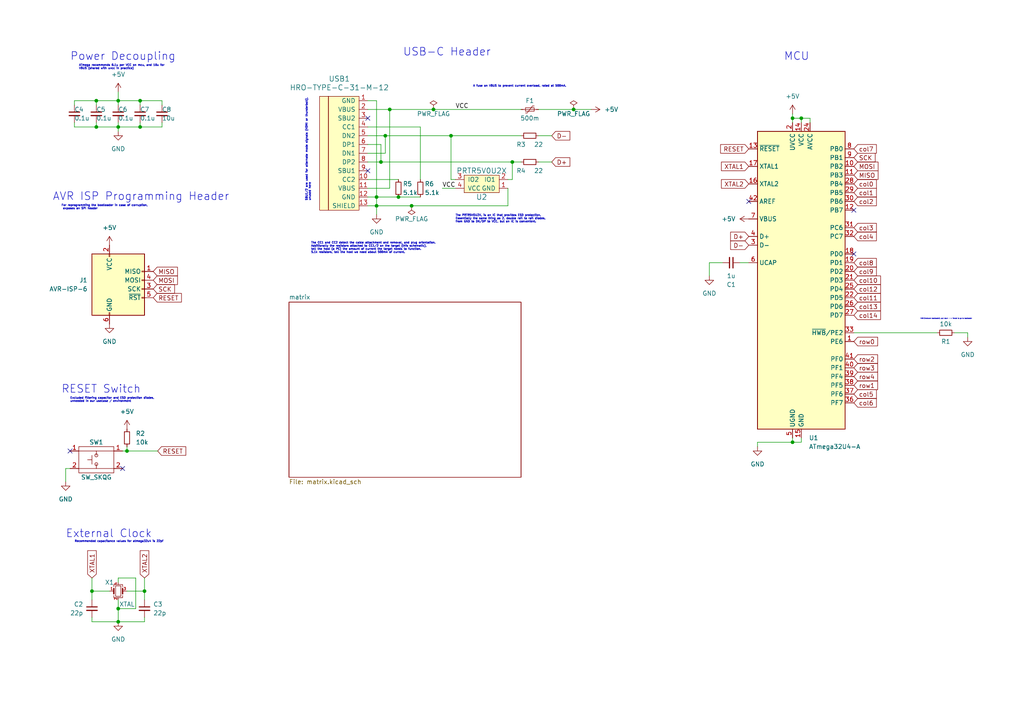
<source format=kicad_sch>
(kicad_sch (version 20230121) (generator eeschema)
  (paper "A4")
  (title_block (title "65% Keyboard"))
  (lib_symbols
    (symbol "Connector:AVR-ISP-6" (pin_names (offset 1.016))
      (property "Reference" "J" (at -6.35 11.43 0))
      (property "Value" "AVR-ISP-6" (at 0 11.43 0))
      (symbol "AVR-ISP-6_0_1"
        (rectangle (start -2.667 -6.858) (end -2.413 -7.62))
        (rectangle (start -2.667 10.16) (end -2.413 9.398))
        (rectangle (start 7.62 -2.413) (end 6.858 -2.667))
        (rectangle (start 7.62 0.127) (end 6.858 -0.127))
        (rectangle (start 7.62 2.667) (end 6.858 2.413))
        (rectangle (start 7.62 5.207) (end 6.858 4.953))
        (rectangle (start 7.62 10.16) (end -7.62 -7.62) (stroke (width 0.254)) (fill (type background)))
      )
      (symbol "AVR-ISP-6_1_1"
        (pin passive line (at 10.16 5.08 180) (length 2.54) (name "MISO") (number "1"))
        (pin passive line (at -2.54 12.7 270) (length 2.54) (name "VCC") (number "2"))
        (pin passive line (at 10.16 0 180) (length 2.54) (name "SCK") (number "3"))
        (pin passive line (at 10.16 2.54 180) (length 2.54) (name "MOSI") (number "4"))
        (pin passive line (at 10.16 -2.54 180) (length 2.54) (name "~{RST}") (number "5"))
        (pin passive line (at -2.54 -10.16 90) (length 2.54) (name "GND") (number "6"))
      )
    )
    (symbol "Device:C_Small" (pin_numbers hide) (pin_names (offset 0.254) hide)
      (property "Reference" "C" (at 0.254 1.778 0))
      (property "Value" "C_Small" (at 0.254 -2.032 0))
      (symbol "C_Small_0_1"
        (polyline (pts (xy -1.524 -0.508) (xy 1.524 -0.508)) (stroke (width 0.3302)))
        (polyline (pts (xy -1.524 0.508) (xy 1.524 0.508)) (stroke (width 0.3048)))
      )
      (symbol "C_Small_1_1"
        (pin passive line (at 0 2.54 270) (length 2.032) (name "~") (number "1"))
        (pin passive line (at 0 -2.54 90) (length 2.032) (name "~") (number "2"))
      )
    )
    (symbol "Device:Crystal_GND24_Small" (pin_names (offset 1.016) hide)
      (property "Reference" "Y" (at 1.27 4.445 0))
      (property "Value" "Crystal_GND24_Small" (at 1.27 2.54 0))
      (symbol "Crystal_GND24_Small_0_1"
        (rectangle (start -0.762 -1.524) (end 0.762 1.524))
        (polyline (pts (xy -1.27 -0.762) (xy -1.27 0.762)) (stroke (width 0.381)))
        (polyline (pts (xy 1.27 -0.762) (xy 1.27 0.762)) (stroke (width 0.381)))
        (polyline (pts (xy -1.27 -1.27) (xy -1.27 -1.905) (xy 1.27 -1.905) (xy 1.27 -1.27)))
        (polyline (pts (xy -1.27 1.27) (xy -1.27 1.905) (xy 1.27 1.905) (xy 1.27 1.27)))
      )
      (symbol "Crystal_GND24_Small_1_1"
        (pin passive line (at -2.54 0 0) (length 1.27) (name "1") (number "1"))
        (pin passive line (at 0 -2.54 90) (length 0.635) (name "2") (number "2"))
        (pin passive line (at 2.54 0 180) (length 1.27) (name "3") (number "3"))
        (pin passive line (at 0 2.54 270) (length 0.635) (name "4") (number "4"))
      )
    )
    (symbol "Device:Polyfuse_Small" (pin_numbers hide) (pin_names (offset 0))
      (property "Reference" "F" (at -1.905 0 90))
      (property "Value" "Polyfuse_Small" (at 1.905 0 90))
      (symbol "Polyfuse_Small_0_1"
        (rectangle (start -0.508 1.27) (end 0.508 -1.27))
        (polyline (pts (xy 0 2.54) (xy 0 -2.54)))
        (polyline (pts (xy -1.016 1.27) (xy -1.016 0.762) (xy 1.016 -0.762) (xy 1.016 -1.27)))
      )
      (symbol "Polyfuse_Small_1_1"
        (pin passive line (at 0 2.54 270) (length 0.635) (name "~") (number "1"))
        (pin passive line (at 0 -2.54 90) (length 0.635) (name "~") (number "2"))
      )
    )
    (symbol "Device:R_Small" (pin_numbers hide) (pin_names (offset 0.254) hide)
      (property "Reference" "R" (at 0.762 0.508 0))
      (property "Value" "R_Small" (at 0.762 -1.016 0))
      (symbol "R_Small_0_1"
        (rectangle (start -0.762 1.778) (end 0.762 -1.778) (stroke (width 0.2032)))
      )
      (symbol "R_Small_1_1"
        (pin passive line (at 0 2.54 270) (length 0.762) (name "~") (number "1"))
        (pin passive line (at 0 -2.54 90) (length 0.762) (name "~") (number "2"))
      )
    )
    (symbol "MCU_Microchip_ATmega:ATmega32U4-A"
      (property "Reference" "U" (at -12.7 44.45 0))
      (property "Value" "ATmega32U4-A" (at 2.54 -44.45 0))
      (symbol "ATmega32U4-A_0_1"
        (rectangle (start -12.7 -43.18) (end 12.7 43.18) (stroke (width 0.254)) (fill (type background)))
      )
      (symbol "ATmega32U4-A_1_1"
        (pin bidirectional line (at 15.24 -17.78 180) (length 2.54) (name "PE6") (number "1"))
        (pin bidirectional line (at 15.24 33.02 180) (length 2.54) (name "PB2") (number "10"))
        (pin bidirectional line (at 15.24 30.48 180) (length 2.54) (name "PB3") (number "11"))
        (pin bidirectional line (at 15.24 20.32 180) (length 2.54) (name "PB7") (number "12"))
        (pin input line (at -15.24 38.1 0) (length 2.54) (name "~{RESET}") (number "13"))
        (pin power_in line (at 0 45.72 270) (length 2.54) (name "VCC") (number "14"))
        (pin power_in line (at 0 -45.72 90) (length 2.54) (name "GND") (number "15"))
        (pin output line (at -15.24 27.94 0) (length 2.54) (name "XTAL2") (number "16"))
        (pin input line (at -15.24 33.02 0) (length 2.54) (name "XTAL1") (number "17"))
        (pin bidirectional line (at 15.24 7.62 180) (length 2.54) (name "PD0") (number "18"))
        (pin bidirectional line (at 15.24 5.08 180) (length 2.54) (name "PD1") (number "19"))
        (pin power_in line (at -2.54 45.72 270) (length 2.54) (name "UVCC") (number "2"))
        (pin bidirectional line (at 15.24 2.54 180) (length 2.54) (name "PD2") (number "20"))
        (pin bidirectional line (at 15.24 0 180) (length 2.54) (name "PD3") (number "21"))
        (pin bidirectional line (at 15.24 -5.08 180) (length 2.54) (name "PD5") (number "22"))
        (pin passive line (at 0 -45.72 90) (length 2.54) hide (name "GND") (number "23"))
        (pin power_in line (at 2.54 45.72 270) (length 2.54) (name "AVCC") (number "24"))
        (pin bidirectional line (at 15.24 -2.54 180) (length 2.54) (name "PD4") (number "25"))
        (pin bidirectional line (at 15.24 -7.62 180) (length 2.54) (name "PD6") (number "26"))
        (pin bidirectional line (at 15.24 -10.16 180) (length 2.54) (name "PD7") (number "27"))
        (pin bidirectional line (at 15.24 27.94 180) (length 2.54) (name "PB4") (number "28"))
        (pin bidirectional line (at 15.24 25.4 180) (length 2.54) (name "PB5") (number "29"))
        (pin bidirectional line (at -15.24 10.16 0) (length 2.54) (name "D-") (number "3"))
        (pin bidirectional line (at 15.24 22.86 180) (length 2.54) (name "PB6") (number "30"))
        (pin bidirectional line (at 15.24 15.24 180) (length 2.54) (name "PC6") (number "31"))
        (pin bidirectional line (at 15.24 12.7 180) (length 2.54) (name "PC7") (number "32"))
        (pin bidirectional line (at 15.24 -15.24 180) (length 2.54) (name "~{HWB}/PE2") (number "33"))
        (pin passive line (at 0 45.72 270) (length 2.54) hide (name "VCC") (number "34"))
        (pin passive line (at 0 -45.72 90) (length 2.54) hide (name "GND") (number "35"))
        (pin bidirectional line (at 15.24 -35.56 180) (length 2.54) (name "PF7") (number "36"))
        (pin bidirectional line (at 15.24 -33.02 180) (length 2.54) (name "PF6") (number "37"))
        (pin bidirectional line (at 15.24 -30.48 180) (length 2.54) (name "PF5") (number "38"))
        (pin bidirectional line (at 15.24 -27.94 180) (length 2.54) (name "PF4") (number "39"))
        (pin bidirectional line (at -15.24 12.7 0) (length 2.54) (name "D+") (number "4"))
        (pin bidirectional line (at 15.24 -25.4 180) (length 2.54) (name "PF1") (number "40"))
        (pin bidirectional line (at 15.24 -22.86 180) (length 2.54) (name "PF0") (number "41"))
        (pin passive line (at -15.24 22.86 0) (length 2.54) (name "AREF") (number "42"))
        (pin passive line (at 0 -45.72 90) (length 2.54) hide (name "GND") (number "43"))
        (pin passive line (at 2.54 45.72 270) (length 2.54) hide (name "AVCC") (number "44"))
        (pin passive line (at -2.54 -45.72 90) (length 2.54) (name "UGND") (number "5"))
        (pin passive line (at -15.24 5.08 0) (length 2.54) (name "UCAP") (number "6"))
        (pin input line (at -15.24 17.78 0) (length 2.54) (name "VBUS") (number "7"))
        (pin bidirectional line (at 15.24 38.1 180) (length 2.54) (name "PB0") (number "8"))
        (pin bidirectional line (at 15.24 35.56 180) (length 2.54) (name "PB1") (number "9"))
      )
    )
    (symbol "Type-C:HRO-TYPE-C-31-M-12" (pin_names (offset 1.016))
      (property "Reference" "USB" (at -5.08 16.51 0))
      (property "Value" "HRO-TYPE-C-31-M-12" (at -10.16 -1.27 90))
      (symbol "HRO-TYPE-C-31-M-12_0_1"
        (rectangle (start -11.43 15.24) (end -8.89 -17.78) (fill (type background)))
        (rectangle (start 0 -17.78) (end -8.89 15.24) (fill (type background)))
      )
      (symbol "HRO-TYPE-C-31-M-12_1_1"
        (pin input line (at 2.54 13.97 180) (length 2.54) (name "GND") (number "1"))
        (pin input line (at 2.54 -8.89 180) (length 2.54) (name "CC2") (number "10"))
        (pin input line (at 2.54 -11.43 180) (length 2.54) (name "VBUS") (number "11"))
        (pin input line (at 2.54 -13.97 180) (length 2.54) (name "GND") (number "12"))
        (pin input line (at 2.54 -16.51 180) (length 2.54) (name "SHIELD") (number "13"))
        (pin input line (at 2.54 11.43 180) (length 2.54) (name "VBUS") (number "2"))
        (pin input line (at 2.54 8.89 180) (length 2.54) (name "SBU2") (number "3"))
        (pin input line (at 2.54 6.35 180) (length 2.54) (name "CC1") (number "4"))
        (pin input line (at 2.54 3.81 180) (length 2.54) (name "DN2") (number "5"))
        (pin input line (at 2.54 1.27 180) (length 2.54) (name "DP1") (number "6"))
        (pin input line (at 2.54 -1.27 180) (length 2.54) (name "DN1") (number "7"))
        (pin input line (at 2.54 -3.81 180) (length 2.54) (name "DP2") (number "8"))
        (pin input line (at 2.54 -6.35 180) (length 2.54) (name "SBU1") (number "9"))
      )
    )
    (symbol "local:SW_SKQG"
      (property "Reference" "SW" (at 0 5.08 0))
      (property "Value" "SW_SKQG" (at 0 -5.08 0))
      (symbol "SW_SKQG_0_1"
        (rectangle (start -5.08 3.81) (end 5.08 -3.81))
        (circle (center 0 -1.27) (radius 0.4264))
        (polyline (pts (xy -5.08 -2.54) (xy 5.08 -2.54)))
        (polyline (pts (xy -5.08 2.54) (xy 5.08 2.54)))
        (polyline (pts (xy 0 -2.54) (xy 0 -1.27)))
        (polyline (pts (xy 0 2.54) (xy 0 1.27)))
        (polyline (pts (xy -2.54 0) (xy -1.27 0) (xy -1.27 1.27) (xy -1.27 -1.27)))
        (circle (center 0 1.27) (radius 0.4424))
      )
      (symbol "SW_SKQG_1_1"
        (pin passive line (at -7.62 2.54 0) (length 2.54) (name "") (number "1"))
        (pin passive line (at 7.62 2.54 180) (length 2.54) (name "") (number "1"))
        (pin passive line (at -7.62 -2.54 0) (length 2.54) (name "") (number "2"))
        (pin passive line (at 7.62 -2.54 180) (length 2.54) (name "") (number "2"))
      )
    )
    (symbol "power:+5V" (power) (pin_names (offset 0))
      (property "Value" "+5V" (at 0 3.556 0))
      (symbol "+5V_0_1"
        (polyline (pts (xy -0.762 1.27) (xy 0 2.54)))
        (polyline (pts (xy 0 0) (xy 0 2.54)))
        (polyline (pts (xy 0 2.54) (xy 0.762 1.27)))
      )
      (symbol "+5V_1_1"
        (pin power_in line (at 0 0 90) (length 0) hide (name "+5V") (number "1"))
      )
    )
    (symbol "power:GND" (power) (pin_names (offset 0))
      (property "Value" "GND" (at 0 -3.81 0))
      (symbol "GND_0_1"
        (polyline (pts (xy 0 0) (xy 0 -1.27) (xy 1.27 -1.27) (xy 0 -2.54) (xy -1.27 -1.27) (xy 0 -1.27)))
      )
      (symbol "GND_1_1"
        (pin power_in line (at 0 0 270) (length 0) hide (name "GND") (number "1"))
      )
    )
    (symbol "power:PWR_FLAG" (power) (pin_numbers hide) (pin_names (offset 0) hide)
      (property "Value" "PWR_FLAG" (at 0 3.81 0))
      (symbol "PWR_FLAG_0_0"
        (pin power_out line (at 0 0 90) (length 0) (name "pwr") (number "1"))
      )
      (symbol "PWR_FLAG_0_1"
        (polyline (pts (xy 0 0) (xy 0 1.27) (xy -1.016 1.905) (xy 0 2.54) (xy 1.016 1.905) (xy 0 1.27)))
      )
    )
    (symbol "random-keyboard-parts:PRTR5V0U2X" (pin_names (offset 1.016))
      (property "Reference" "U" (at 0 3.81 0))
      (property "Value" "PRTR5V0U2X" (at 0 -3.81 0))
      (symbol "PRTR5V0U2X_0_1"
        (rectangle (start -5.08 2.54) (end 5.08 -2.54) (fill (type background)))
      )
      (symbol "PRTR5V0U2X_1_1"
        (pin input line (at -7.62 1.27 0) (length 2.54) (name "GND") (number "1"))
        (pin input line (at -7.62 -1.27 0) (length 2.54) (name "IO1") (number "2"))
        (pin input line (at 7.62 -1.27 180) (length 2.54) (name "IO2") (number "3"))
        (pin input line (at 7.62 1.27 180) (length 2.54) (name "VCC") (number "4"))
      )
    )
  )
  (junction (at 229.87 128.27))
  (junction (at 109.22 59.69))
  (junction (at 119.38 59.69))
  (junction (at 40.64 36.83))
  (junction (at 115.57 57.15))
  (junction (at 125.73 31.75))
  (junction (at 232.41 34.29))
  (junction (at 166.37 31.75))
  (junction (at 130.81 39.37))
  (junction (at 34.29 29.21))
  (junction (at 111.76 39.37))
  (junction (at 26.67 171.45))
  (junction (at 41.91 171.45))
  (junction (at 34.29 180.34))
  (junction (at 34.29 176.53))
  (junction (at 36.83 130.81))
  (junction (at 113.03 31.75))
  (junction (at 40.64 29.21))
  (junction (at 109.22 57.15))
  (junction (at 27.94 36.83))
  (junction (at 27.94 29.21))
  (junction (at 34.29 36.83))
  (junction (at 110.49 46.99))
  (junction (at 148.59 46.99))
  (junction (at 229.87 34.29))
  (no_connect (at 106.68 34.29))
  (no_connect (at 35.56 135.89))
  (no_connect (at 247.65 60.96))
  (no_connect (at 106.68 49.53))
  (no_connect (at 217.17 58.42))
  (no_connect (at 20.32 130.81))
  (no_connect (at 247.65 73.66))
  (wire (pts (xy 34.29 168.91) (xy 34.29 167.64)))
  (wire (pts (xy 27.94 36.83) (xy 34.29 36.83)))
  (wire (pts (xy 111.76 44.45) (xy 111.76 39.37)))
  (wire (pts (xy 109.22 59.69) (xy 119.38 59.69)))
  (wire (pts (xy 205.74 76.2) (xy 209.55 76.2)))
  (wire (pts (xy 232.41 34.29) (xy 232.41 35.56)))
  (wire (pts (xy 31.75 171.45) (xy 26.67 171.45)))
  (wire (pts (xy 34.29 35.56) (xy 34.29 36.83)))
  (wire (pts (xy 109.22 59.69) (xy 109.22 62.23)))
  (wire (pts (xy 147.32 59.69) (xy 119.38 59.69)))
  (wire (pts (xy 40.64 36.83) (xy 34.29 36.83)))
  (wire (pts (xy 229.87 128.27) (xy 232.41 128.27)))
  (wire (pts (xy 26.67 171.45) (xy 26.67 173.99)))
  (wire (pts (xy 106.68 52.07) (xy 115.57 52.07)))
  (wire (pts (xy 34.29 176.53) (xy 34.29 173.99)))
  (wire (pts (xy 229.87 127) (xy 229.87 128.27)))
  (wire (pts (xy 111.76 39.37) (xy 130.81 39.37)))
  (wire (pts (xy 27.94 29.21) (xy 34.29 29.21)))
  (wire (pts (xy 36.83 171.45) (xy 41.91 171.45)))
  (wire (pts (xy 109.22 57.15) (xy 109.22 29.21)))
  (wire (pts (xy 130.81 52.07) (xy 130.81 39.37)))
  (wire (pts (xy 39.37 167.64) (xy 39.37 176.53)))
  (wire (pts (xy 36.83 129.54) (xy 36.83 130.81)))
  (wire (pts (xy 276.86 96.52) (xy 280.67 96.52)))
  (wire (pts (xy 121.92 36.83) (xy 106.68 36.83)))
  (wire (pts (xy 19.05 135.89) (xy 20.32 135.89)))
  (wire (pts (xy 106.68 44.45) (xy 111.76 44.45)))
  (wire (pts (xy 121.92 52.07) (xy 121.92 36.83)))
  (wire (pts (xy 214.63 76.2) (xy 217.17 76.2)))
  (wire (pts (xy 229.87 128.27) (xy 219.71 128.27)))
  (wire (pts (xy 229.87 33.02) (xy 229.87 34.29)))
  (wire (pts (xy 106.68 31.75) (xy 113.03 31.75)))
  (wire (pts (xy 34.29 29.21) (xy 34.29 30.48)))
  (wire (pts (xy 156.21 31.75) (xy 166.37 31.75)))
  (wire (pts (xy 229.87 34.29) (xy 229.87 35.56)))
  (wire (pts (xy 36.83 130.81) (xy 45.72 130.81)))
  (wire (pts (xy 41.91 167.64) (xy 41.91 171.45)))
  (wire (pts (xy 34.29 180.34) (xy 41.91 180.34)))
  (wire (pts (xy 132.08 52.07) (xy 130.81 52.07)))
  (wire (pts (xy 148.59 46.99) (xy 151.13 46.99)))
  (wire (pts (xy 106.68 39.37) (xy 111.76 39.37)))
  (wire (pts (xy 205.74 80.01) (xy 205.74 76.2)))
  (wire (pts (xy 147.32 52.07) (xy 148.59 52.07)))
  (wire (pts (xy 46.99 29.21) (xy 40.64 29.21)))
  (wire (pts (xy 106.68 57.15) (xy 109.22 57.15)))
  (wire (pts (xy 40.64 30.48) (xy 40.64 29.21)))
  (wire (pts (xy 160.02 39.37) (xy 156.21 39.37)))
  (wire (pts (xy 110.49 41.91) (xy 110.49 46.99)))
  (wire (pts (xy 113.03 31.75) (xy 113.03 54.61)))
  (wire (pts (xy 166.37 31.75) (xy 171.45 31.75)))
  (wire (pts (xy 109.22 59.69) (xy 109.22 57.15)))
  (wire (pts (xy 106.68 41.91) (xy 110.49 41.91)))
  (wire (pts (xy 110.49 46.99) (xy 148.59 46.99)))
  (wire (pts (xy 113.03 31.75) (xy 125.73 31.75)))
  (wire (pts (xy 160.02 46.99) (xy 156.21 46.99)))
  (wire (pts (xy 27.94 29.21) (xy 27.94 30.48)))
  (wire (pts (xy 19.05 139.7) (xy 19.05 135.89)))
  (wire (pts (xy 26.67 180.34) (xy 34.29 180.34)))
  (wire (pts (xy 148.59 52.07) (xy 148.59 46.99)))
  (wire (pts (xy 46.99 35.56) (xy 46.99 36.83)))
  (wire (pts (xy 115.57 57.15) (xy 121.92 57.15)))
  (wire (pts (xy 280.67 96.52) (xy 280.67 97.79)))
  (wire (pts (xy 46.99 36.83) (xy 40.64 36.83)))
  (wire (pts (xy 125.73 31.75) (xy 151.13 31.75)))
  (wire (pts (xy 41.91 171.45) (xy 41.91 173.99)))
  (wire (pts (xy 128.27 54.61) (xy 132.08 54.61)))
  (wire (pts (xy 247.65 96.52) (xy 271.78 96.52)))
  (wire (pts (xy 106.68 59.69) (xy 109.22 59.69)))
  (wire (pts (xy 21.59 35.56) (xy 21.59 36.83)))
  (wire (pts (xy 35.56 130.81) (xy 36.83 130.81)))
  (wire (pts (xy 219.71 128.27) (xy 219.71 129.54)))
  (wire (pts (xy 39.37 176.53) (xy 34.29 176.53)))
  (wire (pts (xy 21.59 29.21) (xy 27.94 29.21)))
  (wire (pts (xy 232.41 127) (xy 232.41 128.27)))
  (wire (pts (xy 229.87 34.29) (xy 232.41 34.29)))
  (wire (pts (xy 232.41 34.29) (xy 234.95 34.29)))
  (wire (pts (xy 34.29 176.53) (xy 34.29 180.34)))
  (wire (pts (xy 21.59 30.48) (xy 21.59 29.21)))
  (wire (pts (xy 106.68 46.99) (xy 110.49 46.99)))
  (wire (pts (xy 46.99 30.48) (xy 46.99 29.21)))
  (wire (pts (xy 40.64 35.56) (xy 40.64 36.83)))
  (wire (pts (xy 21.59 36.83) (xy 27.94 36.83)))
  (wire (pts (xy 27.94 35.56) (xy 27.94 36.83)))
  (wire (pts (xy 130.81 39.37) (xy 151.13 39.37)))
  (wire (pts (xy 234.95 34.29) (xy 234.95 35.56)))
  (wire (pts (xy 109.22 57.15) (xy 115.57 57.15)))
  (wire (pts (xy 34.29 36.83) (xy 34.29 38.1)))
  (wire (pts (xy 109.22 29.21) (xy 106.68 29.21)))
  (wire (pts (xy 106.68 54.61) (xy 113.03 54.61)))
  (wire (pts (xy 41.91 180.34) (xy 41.91 179.07)))
  (wire (pts (xy 40.64 29.21) (xy 34.29 29.21)))
  (wire (pts (xy 26.67 179.07) (xy 26.67 180.34)))
  (wire (pts (xy 147.32 54.61) (xy 147.32 59.69)))
  (wire (pts (xy 26.67 167.64) (xy 26.67 171.45)))
  (wire (pts (xy 34.29 167.64) (xy 39.37 167.64)))
  (wire (pts (xy 34.29 26.67) (xy 34.29 29.21)))
  (text "AVR ISP Programming Header" (at 15.24 58.42 0) (effects (font (size 2.27 2.27)) (justify left bottom)))
  (text "Recommended capacitance values for atmega32u4 is 22pf\n" (at 21.59 157.48 0) (effects (font (size 0.57 0.57)) (justify left bottom)))
  (text "MCU" (at 227.33 17.78 0) (effects (font (size 2.27 2.27)) (justify left bottom)))
  (text "The CC1 and CC2 detect the cable attachment and removal, and plug orientation.\nAdditionally the resistors attached to CC1/2 on the target (this schematic),\ntell the host (a PC) the amount of current the target needs to function.\n5.1k resistors, tell the host we need about 500mA of current." (at 90.17 73.66 0) (effects (font (size 0.57 0.57)) (justify left bottom)))
  (text "For reprogramming the bootloader in case of corruption,\n exposes an SPI header" (at 17.78 60.96 0) (effects (font (size 0.57 0.57)) (justify left bottom)))
  (text "RESET Switch" (at 17.78 114.3 0) (effects (font (size 2.27 2.27)) (justify left bottom)))
  (text "USB-C Header" (at 116.84 16.51 0) (effects (font (size 2.27 2.27)) (justify left bottom)))
  (text "A fuse on VBUS to prevent current overload, rated at 500mA." (at 137.16 25.4 0) (effects (font (size 0.57 0.57)) (justify left bottom)))
  (text "External Clock" (at 19.05 156.21 0) (effects (font (size 2.27 2.27)) (justify left bottom)))
  (text "Excluded filtering capacitor and ESD protection diodes,\nunneeded in our usecase / environment\n" (at 20.32 116.84 0) (effects (font (size 0.57 0.57)) (justify left bottom)))
  (text "HWB (Hardware bootloader), pull down --> forced to go to bootloader" (at 281.94 92.71 0) (effects (font (size 0.27 0.27)) (justify right bottom)))
  (text "SBU1/2 are used for alternate mode signals (HDMI or thunderbolt),\nunused here" (at 90.17 58.42 90) (effects (font (size 0.57 0.57)) (justify left bottom)))
  (text "Power Decoupling" (at 20.32 17.78 0) (effects (font (size 2.27 2.27)) (justify left bottom)))
  (text "The PRTR5VOU2X, is an IC that provides ESD protection.\nEssentially the same thing as 2, double rail to rail diodes,\nfrom GND to DN/DP to VCC, but an IC is convenient." (at 132.08 64.77 0) (effects (font (size 0.57 0.57)) (justify left bottom)))
  (text "ATmega recommends 0.1u per VCC on mcu, and 10u for\nVBUS (shared with uvcc in practice)\n" (at 22.86 20.32 0) (effects (font (size 0.57 0.57)) (justify left bottom)))
  (label "VCC" (at 132.08 31.75 0))
  (label "VCC" (at 128.27 54.61 0))
  (global_label "XTAL2" (shape input) (at 217.17 53.34 180) (property "Intersheetrefs" "${INTERSHEET_REFS}" (effects hide)))
  (global_label "col8" (shape input) (at 247.65 76.2 0) (property "Intersheetrefs" "${INTERSHEET_REFS}" (effects hide)))
  (global_label "col6" (shape input) (at 247.65 116.84 0) (property "Intersheetrefs" "${INTERSHEET_REFS}" (effects hide)))
  (global_label "D-" (shape input) (at 217.17 71.12 180) (property "Intersheetrefs" "${INTERSHEET_REFS}" (effects hide)))
  (global_label "D-" (shape input) (at 160.02 39.37 0) (property "Intersheetrefs" "${INTERSHEET_REFS}" (effects hide)))
  (global_label "col10" (shape input) (at 247.65 81.28 0) (property "Intersheetrefs" "${INTERSHEET_REFS}" (effects hide)))
  (global_label "MOSI" (shape input) (at 247.65 48.26 0) (property "Intersheetrefs" "${INTERSHEET_REFS}" (effects hide)))
  (global_label "col9" (shape input) (at 247.65 78.74 0) (property "Intersheetrefs" "${INTERSHEET_REFS}" (effects hide)))
  (global_label "MISO" (shape input) (at 44.45 78.74 0) (property "Intersheetrefs" "${INTERSHEET_REFS}" (effects hide)))
  (global_label "col7" (shape input) (at 247.65 43.18 0) (property "Intersheetrefs" "${INTERSHEET_REFS}" (effects hide)))
  (global_label "XTAL1" (shape input) (at 217.17 48.26 180) (property "Intersheetrefs" "${INTERSHEET_REFS}" (effects hide)))
  (global_label "col1" (shape input) (at 247.65 55.88 0) (property "Intersheetrefs" "${INTERSHEET_REFS}" (effects hide)))
  (global_label "col3" (shape input) (at 247.65 66.04 0) (property "Intersheetrefs" "${INTERSHEET_REFS}" (effects hide)))
  (global_label "row0" (shape input) (at 247.65 99.06 0) (property "Intersheetrefs" "${INTERSHEET_REFS}" (effects hide)))
  (global_label "D+" (shape input) (at 217.17 68.58 180) (property "Intersheetrefs" "${INTERSHEET_REFS}" (effects hide)))
  (global_label "row2" (shape input) (at 247.65 104.14 0) (property "Intersheetrefs" "${INTERSHEET_REFS}" (effects hide)))
  (global_label "col4" (shape input) (at 247.65 68.58 0) (property "Intersheetrefs" "${INTERSHEET_REFS}" (effects hide)))
  (global_label "col0" (shape input) (at 247.65 53.34 0) (property "Intersheetrefs" "${INTERSHEET_REFS}" (effects hide)))
  (global_label "XTAL1" (shape input) (at 26.67 167.64 90) (property "Intersheetrefs" "${INTERSHEET_REFS}" (effects hide)))
  (global_label "RESET" (shape input) (at 217.17 43.18 180) (property "Intersheetrefs" "${INTERSHEET_REFS}" (effects hide)))
  (global_label "XTAL2" (shape input) (at 41.91 167.64 90) (property "Intersheetrefs" "${INTERSHEET_REFS}" (effects hide)))
  (global_label "col13" (shape input) (at 247.65 88.9 0) (property "Intersheetrefs" "${INTERSHEET_REFS}" (effects hide)))
  (global_label "col11" (shape input) (at 247.65 86.36 0) (property "Intersheetrefs" "${INTERSHEET_REFS}" (effects hide)))
  (global_label "MISO" (shape input) (at 247.65 50.8 0) (property "Intersheetrefs" "${INTERSHEET_REFS}" (effects hide)))
  (global_label "row3" (shape input) (at 247.65 106.68 0) (property "Intersheetrefs" "${INTERSHEET_REFS}" (effects hide)))
  (global_label "col5" (shape input) (at 247.65 114.3 0) (property "Intersheetrefs" "${INTERSHEET_REFS}" (effects hide)))
  (global_label "row1" (shape input) (at 247.65 111.76 0) (property "Intersheetrefs" "${INTERSHEET_REFS}" (effects hide)))
  (global_label "col2" (shape input) (at 247.65 58.42 0) (property "Intersheetrefs" "${INTERSHEET_REFS}" (effects hide)))
  (global_label "row4" (shape input) (at 247.65 109.22 0) (property "Intersheetrefs" "${INTERSHEET_REFS}" (effects hide)))
  (global_label "RESET" (shape input) (at 45.72 130.81 0) (property "Intersheetrefs" "${INTERSHEET_REFS}" (effects hide)))
  (global_label "SCK" (shape input) (at 247.65 45.72 0) (property "Intersheetrefs" "${INTERSHEET_REFS}" (effects hide)))
  (global_label "RESET" (shape input) (at 44.45 86.36 0) (property "Intersheetrefs" "${INTERSHEET_REFS}" (effects hide)))
  (global_label "col12" (shape input) (at 247.65 83.82 0) (property "Intersheetrefs" "${INTERSHEET_REFS}" (effects hide)))
  (global_label "MOSI" (shape input) (at 44.45 81.28 0) (property "Intersheetrefs" "${INTERSHEET_REFS}" (effects hide)))
  (global_label "D+" (shape input) (at 160.02 46.99 0) (property "Intersheetrefs" "${INTERSHEET_REFS}" (effects hide)))
  (global_label "col14" (shape input) (at 247.65 91.44 0) (property "Intersheetrefs" "${INTERSHEET_REFS}" (effects hide)))
  (global_label "SCK" (shape input) (at 44.45 83.82 0) (property "Intersheetrefs" "${INTERSHEET_REFS}" (effects hide)))
  (symbol (lib_id "power:+5V") (at 34.29 26.67 0) (unit 1)
    (property "Reference" "#PWR06" (effects hide))
    (property "Value" "+5V" (at 34.29 21.59 0))
  )
  (symbol (lib_id "Type-C:HRO-TYPE-C-31-M-12") (at 104.14 43.18 0) (unit 1)
    (property "Reference" "USB1" (at 98.425 22.86 0) (effects (font (size 1.524 1.524))))
    (property "Value" "HRO-TYPE-C-31-M-12" (at 98.425 25.4 0) (effects (font (size 1.524 1.524))))
    (property "Footprint" "Type-C:HRO-TYPE-C-31-M-12-HandSoldering" (effects hide))
  )
  (symbol (lib_id "random-keyboard-parts:PRTR5V0U2X") (at 139.7 53.34 180) (unit 1)
    (property "Reference" "U2" (at 139.7 57.15 0) (effects (font (size 1.524 1.524))))
    (property "Value" "PRTR5V0U2X" (at 139.7 49.53 0) (effects (font (size 1.524 1.524))))
    (property "Footprint" "random-keyboard-parts:SOT143B" (effects hide))
  )
  (symbol (lib_id "Device:R_Small") (at 153.67 39.37 90) (unit 1)
    (property "Reference" "R3" (at 151.13 41.91 90))
    (property "Value" "22" (at 156.21 41.91 90))
    (property "Footprint" "Resistor_SMD:R_0805_2012Metric_Pad1.20x1.40mm_HandSolder" (effects hide))
  )
  (symbol (lib_id "Device:C_Small") (at 212.09 76.2 270) (mirror x) (unit 1)
    (property "Reference" "C1" (at 212.0836 82.55 90))
    (property "Value" "1u" (at 212.0836 80.01 90))
    (property "Footprint" "Capacitor_SMD:C_0805_2012Metric_Pad1.18x1.45mm_HandSolder" (effects hide))
  )
  (symbol (lib_id "Device:R_Small") (at 36.83 127 0) (unit 1)
    (property "Reference" "R2" (at 39.37 125.73 0) (effects (justify left)))
    (property "Value" "10k" (at 39.37 128.27 0) (effects (justify left)))
    (property "Footprint" "Resistor_SMD:R_0805_2012Metric_Pad1.20x1.40mm_HandSolder" (effects hide))
  )
  (symbol (lib_id "Device:R_Small") (at 274.32 96.52 90) (unit 1)
    (property "Reference" "R1" (at 274.32 99.06 90))
    (property "Value" "10k" (at 274.32 93.98 90))
    (property "Footprint" "Resistor_SMD:R_0805_2012Metric_Pad1.20x1.40mm_HandSolder" (effects hide))
  )
  (symbol (lib_id "power:GND") (at 280.67 97.79 0) (unit 1)
    (property "Reference" "#PWR03" (effects hide))
    (property "Value" "GND" (at 280.67 102.87 0))
  )
  (symbol (lib_id "Device:C_Small") (at 46.99 33.02 0) (mirror y) (unit 1)
    (property "Reference" "C8" (at 46.99 31.75 0) (effects (justify right)))
    (property "Value" "10u" (at 46.99 34.29 0) (effects (justify right)))
    (property "Footprint" "Capacitor_SMD:C_0805_2012Metric_Pad1.18x1.45mm_HandSolder" (effects hide))
  )
  (symbol (lib_id "power:+5V") (at 171.45 31.75 270) (unit 1)
    (property "Reference" "#PWR012" (effects hide))
    (property "Value" "+5V" (at 175.26 31.75 90) (effects (justify left)))
  )
  (symbol (lib_id "Device:C_Small") (at 41.91 176.53 0) (unit 1)
    (property "Reference" "C3" (at 44.45 175.2663 0) (effects (justify left)))
    (property "Value" "22p" (at 44.45 177.8063 0) (effects (justify left)))
    (property "Footprint" "Capacitor_SMD:C_0805_2012Metric_Pad1.18x1.45mm_HandSolder" (effects hide))
  )
  (symbol (lib_id "Device:C_Small") (at 21.59 33.02 0) (mirror y) (unit 1)
    (property "Reference" "C4" (at 21.59 31.75 0) (effects (justify right)))
    (property "Value" "0.1u" (at 21.59 34.29 0) (effects (justify right)))
    (property "Footprint" "Capacitor_SMD:C_0805_2012Metric_Pad1.18x1.45mm_HandSolder" (effects hide))
  )
  (symbol (lib_id "Device:Crystal_GND24_Small") (at 34.29 171.45 0) (unit 1)
    (property "Reference" "X1" (at 31.75 168.91 0))
    (property "Value" "XTAL" (at 36.83 175.26 0))
    (property "Footprint" "Crystal:Crystal_SMD_3225-4Pin_3.2x2.5mm_HandSoldering" (effects hide))
  )
  (symbol (lib_id "power:PWR_FLAG") (at 119.38 59.69 0) (mirror x) (unit 1)
    (property "Reference" "#FLG01" (effects hide))
    (property "Value" "PWR_FLAG" (at 119.38 63.5 0))
  )
  (symbol (lib_id "power:PWR_FLAG") (at 166.37 31.75 0) (unit 1)
    (property "Reference" "#FLG03" (effects hide))
    (property "Value" "PWR_FLAG" (at 166.37 33.02 0))
  )
  (symbol (lib_id "MCU_Microchip_ATmega:ATmega32U4-A") (at 232.41 81.28 0) (unit 1)
    (property "Reference" "U1" (at 234.6041 127 0) (effects (justify left)))
    (property "Value" "ATmega32U4-A" (at 234.6041 129.54 0) (effects (justify left)))
    (property "Footprint" "Package_QFP:TQFP-44_10x10mm_P0.8mm" (effects hide))
    (property "Datasheet" "http://ww1.microchip.com/downloads/en/DeviceDoc/Atmel-7766-8-bit-AVR-ATmega16U4-32U4_Datasheet.pdf" (effects hide))
  )
  (symbol (lib_id "power:GND") (at 19.05 139.7 0) (unit 1)
    (property "Reference" "#PWR011" (effects hide))
    (property "Value" "GND" (at 19.05 144.78 0))
  )
  (symbol (lib_id "Device:C_Small") (at 34.29 33.02 0) (mirror y) (unit 1)
    (property "Reference" "C6" (at 34.29 31.75 0) (effects (justify right)))
    (property "Value" "0.1u" (at 34.29 34.29 0) (effects (justify right)))
    (property "Footprint" "Capacitor_SMD:C_0805_2012Metric_Pad1.18x1.45mm_HandSolder" (effects hide))
  )
  (symbol (lib_id "power:+5V") (at 31.75 71.12 0) (unit 1)
    (property "Reference" "#PWR08" (effects hide))
    (property "Value" "+5V" (at 31.75 66.04 0))
  )
  (symbol (lib_id "Device:C_Small") (at 27.94 33.02 0) (mirror y) (unit 1)
    (property "Reference" "C5" (at 27.94 31.75 0) (effects (justify right)))
    (property "Value" "0.1u" (at 27.94 34.29 0) (effects (justify right)))
    (property "Footprint" "Capacitor_SMD:C_0805_2012Metric_Pad1.18x1.45mm_HandSolder" (effects hide))
  )
  (symbol (lib_id "Device:C_Small") (at 40.64 33.02 0) (mirror y) (unit 1)
    (property "Reference" "C7" (at 40.64 31.75 0) (effects (justify right)))
    (property "Value" "0.1u" (at 40.64 34.29 0) (effects (justify right)))
    (property "Footprint" "Capacitor_SMD:C_0805_2012Metric_Pad1.18x1.45mm_HandSolder" (effects hide))
  )
  (symbol (lib_id "Device:C_Small") (at 26.67 176.53 0) (unit 1)
    (property "Reference" "C2" (at 24.13 175.2663 0) (effects (justify right)))
    (property "Value" "22p" (at 24.13 177.8063 0) (effects (justify right)))
    (property "Footprint" "Capacitor_SMD:C_0805_2012Metric_Pad1.18x1.45mm_HandSolder" (effects hide))
  )
  (symbol (lib_id "power:GND") (at 34.29 38.1 0) (unit 1)
    (property "Reference" "#PWR07" (effects hide))
    (property "Value" "GND" (at 34.29 43.18 0))
  )
  (symbol (lib_id "Device:R_Small") (at 153.67 46.99 90) (unit 1)
    (property "Reference" "R4" (at 151.13 49.53 90))
    (property "Value" "22" (at 156.21 49.53 90))
    (property "Footprint" "Resistor_SMD:R_0805_2012Metric_Pad1.20x1.40mm_HandSolder" (effects hide))
  )
  (symbol (lib_id "power:GND") (at 34.29 180.34 0) (unit 1)
    (property "Reference" "#PWR05" (effects hide))
    (property "Value" "GND" (at 34.29 185.42 0))
  )
  (symbol (lib_id "power:GND") (at 219.71 129.54 0) (unit 1)
    (property "Reference" "#PWR02" (effects hide))
    (property "Value" "GND" (at 219.71 134.62 0))
  )
  (symbol (lib_id "power:+5V") (at 217.17 63.5 90) (unit 1)
    (property "Reference" "#PWR014" (effects hide))
    (property "Value" "+5V" (at 213.36 63.5 90) (effects (justify left)))
  )
  (symbol (lib_id "power:PWR_FLAG") (at 125.73 31.75 0) (unit 1)
    (property "Reference" "#FLG02" (effects hide))
    (property "Value" "PWR_FLAG" (at 125.73 33.02 0))
  )
  (symbol (lib_id "power:+5V") (at 229.87 33.02 0) (unit 1)
    (property "Reference" "#PWR01" (effects hide))
    (property "Value" "+5V" (at 229.87 27.94 0))
  )
  (symbol (lib_id "Device:Polyfuse_Small") (at 153.67 31.75 90) (unit 1)
    (property "Reference" "F1" (at 153.67 29.21 90))
    (property "Value" "500m" (at 153.67 34.29 90))
    (property "Footprint" "Fuse:Fuse_1206_3216Metric_Pad1.42x1.75mm_HandSolder" (effects hide))
  )
  (symbol (lib_id "Connector:AVR-ISP-6") (at 34.29 83.82 0) (unit 1)
    (property "Reference" "J1" (at 25.4 81.28 0) (effects (justify right)))
    (property "Value" "AVR-ISP-6" (at 25.4 83.82 0) (effects (justify right)))
    (property "Footprint" "random-keyboard-parts:Reset_Pretty-Mask" (effects hide))
    (property "Datasheet" " ~" (effects hide))
  )
  (symbol (lib_id "power:+5V") (at 36.83 124.46 0) (unit 1)
    (property "Reference" "#PWR010" (effects hide))
    (property "Value" "+5V" (at 36.83 119.38 0))
  )
  (symbol (lib_id "Device:R_Small") (at 115.57 54.61 0) (unit 1)
    (property "Reference" "R5" (at 116.84 53.34 0) (effects (justify left)))
    (property "Value" "5.1k" (at 116.84 55.88 0) (effects (justify left)))
    (property "Footprint" "Resistor_SMD:R_0805_2012Metric_Pad1.20x1.40mm_HandSolder" (effects hide))
  )
  (symbol (lib_id "local:SW_SKQG") (at 27.94 133.35 0) (unit 1)
    (property "Reference" "SW1" (at 27.94 128.27 0))
    (property "Value" "SW_SKQG" (at 27.94 138.43 0))
    (property "Footprint" "Button_Switch_SMD:SW_SPST_SKQG_WithStem" (effects hide))
  )
  (symbol (lib_id "power:GND") (at 109.22 62.23 0) (unit 1)
    (property "Reference" "#PWR013" (effects hide))
    (property "Value" "GND" (at 109.22 67.31 0))
  )
  (symbol (lib_id "power:GND") (at 205.74 80.01 0) (unit 1)
    (property "Reference" "#PWR04" (effects hide))
    (property "Value" "GND" (at 205.74 85.09 0))
  )
  (symbol (lib_id "power:GND") (at 31.75 93.98 0) (unit 1)
    (property "Reference" "#PWR09" (effects hide))
    (property "Value" "GND" (at 31.75 99.06 0))
  )
  (symbol (lib_id "Device:R_Small") (at 121.92 54.61 0) (unit 1)
    (property "Reference" "R6" (at 123.19 53.34 0) (effects (justify left)))
    (property "Value" "5.1k" (at 123.19 55.88 0) (effects (justify left)))
    (property "Footprint" "Resistor_SMD:R_0805_2012Metric_Pad1.20x1.40mm_HandSolder" (effects hide))
  )
  (sheet (at 83.82 87.63) (size 67.31 50.8) (stroke (width 0.1524))
    (property "Sheetname" "matrix" (at 83.82 86.9184 0) (effects (justify left bottom)))
    (property "Sheetfile" "matrix.kicad_sch" (at 83.82 139.0146 0) (effects (justify left top)))
  )
)
</source>
